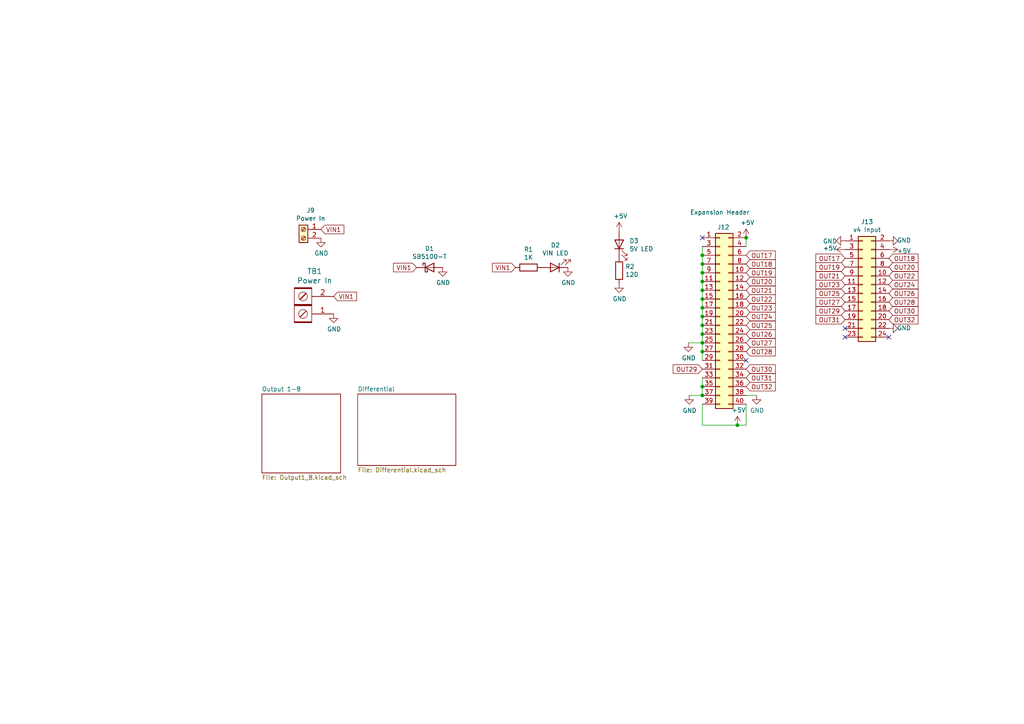
<source format=kicad_sch>
(kicad_sch (version 20211123) (generator eeschema)
  (paper "A4")
  (title_block (title "Multi Expansion") (date "2022-08-14") (rev "v3") (company "Scott Hanson"))
  (lib_symbols
    (symbol "Connector:Screw_Terminal_01x02" (pin_names (offset 1.016) hide)
      (property "Reference" "J" (at 0 2.54 0))
      (property "Value" "Screw_Terminal_01x02" (at 0 -5.08 0))
      (symbol "Screw_Terminal_01x02_1_1"
        (rectangle (start -1.27 1.27) (end 1.27 -3.81) (stroke (width 0.254)) (fill (type background)))
        (circle (center 0 -2.54) (radius 0.635) (stroke (width 0.1524)))
        (polyline (pts (xy -0.5334 -2.2098) (xy 0.3302 -3.048)) (stroke (width 0.1524)))
        (polyline (pts (xy -0.5334 0.3302) (xy 0.3302 -0.508)) (stroke (width 0.1524)))
        (polyline (pts (xy -0.3556 -2.032) (xy 0.508 -2.8702)) (stroke (width 0.1524)))
        (polyline (pts (xy -0.3556 0.508) (xy 0.508 -0.3302)) (stroke (width 0.1524)))
        (circle (center 0 0) (radius 0.635) (stroke (width 0.1524)))
        (pin passive line (at -5.08 0 0) (length 3.81) (name "Pin_1") (number "1"))
        (pin passive line (at -5.08 -2.54 0) (length 3.81) (name "Pin_2") (number "2"))
      )
    )
    (symbol "Connector_Generic:Conn_02x12_Odd_Even" (pin_names (offset 1.016) hide)
      (property "Reference" "J" (at 1.27 15.24 0))
      (property "Value" "Conn_02x12_Odd_Even" (at 1.27 -17.78 0))
      (symbol "Conn_02x12_Odd_Even_1_1"
        (rectangle (start -1.27 -15.113) (end 0 -15.367) (stroke (width 0.1524)))
        (rectangle (start -1.27 -12.573) (end 0 -12.827) (stroke (width 0.1524)))
        (rectangle (start -1.27 -10.033) (end 0 -10.287) (stroke (width 0.1524)))
        (rectangle (start -1.27 -7.493) (end 0 -7.747) (stroke (width 0.1524)))
        (rectangle (start -1.27 -4.953) (end 0 -5.207) (stroke (width 0.1524)))
        (rectangle (start -1.27 -2.413) (end 0 -2.667) (stroke (width 0.1524)))
        (rectangle (start -1.27 0.127) (end 0 -0.127) (stroke (width 0.1524)))
        (rectangle (start -1.27 2.667) (end 0 2.413) (stroke (width 0.1524)))
        (rectangle (start -1.27 5.207) (end 0 4.953) (stroke (width 0.1524)))
        (rectangle (start -1.27 7.747) (end 0 7.493) (stroke (width 0.1524)))
        (rectangle (start -1.27 10.287) (end 0 10.033) (stroke (width 0.1524)))
        (rectangle (start -1.27 12.827) (end 0 12.573) (stroke (width 0.1524)))
        (rectangle (start -1.27 13.97) (end 3.81 -16.51) (stroke (width 0.254)) (fill (type background)))
        (rectangle (start 3.81 -15.113) (end 2.54 -15.367) (stroke (width 0.1524)))
        (rectangle (start 3.81 -12.573) (end 2.54 -12.827) (stroke (width 0.1524)))
        (rectangle (start 3.81 -10.033) (end 2.54 -10.287) (stroke (width 0.1524)))
        (rectangle (start 3.81 -7.493) (end 2.54 -7.747) (stroke (width 0.1524)))
        (rectangle (start 3.81 -4.953) (end 2.54 -5.207) (stroke (width 0.1524)))
        (rectangle (start 3.81 -2.413) (end 2.54 -2.667) (stroke (width 0.1524)))
        (rectangle (start 3.81 0.127) (end 2.54 -0.127) (stroke (width 0.1524)))
        (rectangle (start 3.81 2.667) (end 2.54 2.413) (stroke (width 0.1524)))
        (rectangle (start 3.81 5.207) (end 2.54 4.953) (stroke (width 0.1524)))
        (rectangle (start 3.81 7.747) (end 2.54 7.493) (stroke (width 0.1524)))
        (rectangle (start 3.81 10.287) (end 2.54 10.033) (stroke (width 0.1524)))
        (rectangle (start 3.81 12.827) (end 2.54 12.573) (stroke (width 0.1524)))
        (pin passive line (at -5.08 12.7 0) (length 3.81) (name "Pin_1") (number "1"))
        (pin passive line (at 7.62 2.54 180) (length 3.81) (name "Pin_10") (number "10"))
        (pin passive line (at -5.08 0 0) (length 3.81) (name "Pin_11") (number "11"))
        (pin passive line (at 7.62 0 180) (length 3.81) (name "Pin_12") (number "12"))
        (pin passive line (at -5.08 -2.54 0) (length 3.81) (name "Pin_13") (number "13"))
        (pin passive line (at 7.62 -2.54 180) (length 3.81) (name "Pin_14") (number "14"))
        (pin passive line (at -5.08 -5.08 0) (length 3.81) (name "Pin_15") (number "15"))
        (pin passive line (at 7.62 -5.08 180) (length 3.81) (name "Pin_16") (number "16"))
        (pin passive line (at -5.08 -7.62 0) (length 3.81) (name "Pin_17") (number "17"))
        (pin passive line (at 7.62 -7.62 180) (length 3.81) (name "Pin_18") (number "18"))
        (pin passive line (at -5.08 -10.16 0) (length 3.81) (name "Pin_19") (number "19"))
        (pin passive line (at 7.62 12.7 180) (length 3.81) (name "Pin_2") (number "2"))
        (pin passive line (at 7.62 -10.16 180) (length 3.81) (name "Pin_20") (number "20"))
        (pin passive line (at -5.08 -12.7 0) (length 3.81) (name "Pin_21") (number "21"))
        (pin passive line (at 7.62 -12.7 180) (length 3.81) (name "Pin_22") (number "22"))
        (pin passive line (at -5.08 -15.24 0) (length 3.81) (name "Pin_23") (number "23"))
        (pin passive line (at 7.62 -15.24 180) (length 3.81) (name "Pin_24") (number "24"))
        (pin passive line (at -5.08 10.16 0) (length 3.81) (name "Pin_3") (number "3"))
        (pin passive line (at 7.62 10.16 180) (length 3.81) (name "Pin_4") (number "4"))
        (pin passive line (at -5.08 7.62 0) (length 3.81) (name "Pin_5") (number "5"))
        (pin passive line (at 7.62 7.62 180) (length 3.81) (name "Pin_6") (number "6"))
        (pin passive line (at -5.08 5.08 0) (length 3.81) (name "Pin_7") (number "7"))
        (pin passive line (at 7.62 5.08 180) (length 3.81) (name "Pin_8") (number "8"))
        (pin passive line (at -5.08 2.54 0) (length 3.81) (name "Pin_9") (number "9"))
      )
    )
    (symbol "Connector_Generic:Conn_02x20_Odd_Even" (pin_names (offset 1.016) hide)
      (property "Reference" "J" (at 1.27 25.4 0))
      (property "Value" "Conn_02x20_Odd_Even" (at 1.27 -27.94 0))
      (symbol "Conn_02x20_Odd_Even_1_1"
        (rectangle (start -1.27 -25.273) (end 0 -25.527) (stroke (width 0.1524)))
        (rectangle (start -1.27 -22.733) (end 0 -22.987) (stroke (width 0.1524)))
        (rectangle (start -1.27 -20.193) (end 0 -20.447) (stroke (width 0.1524)))
        (rectangle (start -1.27 -17.653) (end 0 -17.907) (stroke (width 0.1524)))
        (rectangle (start -1.27 -15.113) (end 0 -15.367) (stroke (width 0.1524)))
        (rectangle (start -1.27 -12.573) (end 0 -12.827) (stroke (width 0.1524)))
        (rectangle (start -1.27 -10.033) (end 0 -10.287) (stroke (width 0.1524)))
        (rectangle (start -1.27 -7.493) (end 0 -7.747) (stroke (width 0.1524)))
        (rectangle (start -1.27 -4.953) (end 0 -5.207) (stroke (width 0.1524)))
        (rectangle (start -1.27 -2.413) (end 0 -2.667) (stroke (width 0.1524)))
        (rectangle (start -1.27 0.127) (end 0 -0.127) (stroke (width 0.1524)))
        (rectangle (start -1.27 2.667) (end 0 2.413) (stroke (width 0.1524)))
        (rectangle (start -1.27 5.207) (end 0 4.953) (stroke (width 0.1524)))
        (rectangle (start -1.27 7.747) (end 0 7.493) (stroke (width 0.1524)))
        (rectangle (start -1.27 10.287) (end 0 10.033) (stroke (width 0.1524)))
        (rectangle (start -1.27 12.827) (end 0 12.573) (stroke (width 0.1524)))
        (rectangle (start -1.27 15.367) (end 0 15.113) (stroke (width 0.1524)))
        (rectangle (start -1.27 17.907) (end 0 17.653) (stroke (width 0.1524)))
        (rectangle (start -1.27 20.447) (end 0 20.193) (stroke (width 0.1524)))
        (rectangle (start -1.27 22.987) (end 0 22.733) (stroke (width 0.1524)))
        (rectangle (start -1.27 24.13) (end 3.81 -26.67) (stroke (width 0.254)) (fill (type background)))
        (rectangle (start 3.81 -25.273) (end 2.54 -25.527) (stroke (width 0.1524)))
        (rectangle (start 3.81 -22.733) (end 2.54 -22.987) (stroke (width 0.1524)))
        (rectangle (start 3.81 -20.193) (end 2.54 -20.447) (stroke (width 0.1524)))
        (rectangle (start 3.81 -17.653) (end 2.54 -17.907) (stroke (width 0.1524)))
        (rectangle (start 3.81 -15.113) (end 2.54 -15.367) (stroke (width 0.1524)))
        (rectangle (start 3.81 -12.573) (end 2.54 -12.827) (stroke (width 0.1524)))
        (rectangle (start 3.81 -10.033) (end 2.54 -10.287) (stroke (width 0.1524)))
        (rectangle (start 3.81 -7.493) (end 2.54 -7.747) (stroke (width 0.1524)))
        (rectangle (start 3.81 -4.953) (end 2.54 -5.207) (stroke (width 0.1524)))
        (rectangle (start 3.81 -2.413) (end 2.54 -2.667) (stroke (width 0.1524)))
        (rectangle (start 3.81 0.127) (end 2.54 -0.127) (stroke (width 0.1524)))
        (rectangle (start 3.81 2.667) (end 2.54 2.413) (stroke (width 0.1524)))
        (rectangle (start 3.81 5.207) (end 2.54 4.953) (stroke (width 0.1524)))
        (rectangle (start 3.81 7.747) (end 2.54 7.493) (stroke (width 0.1524)))
        (rectangle (start 3.81 10.287) (end 2.54 10.033) (stroke (width 0.1524)))
        (rectangle (start 3.81 12.827) (end 2.54 12.573) (stroke (width 0.1524)))
        (rectangle (start 3.81 15.367) (end 2.54 15.113) (stroke (width 0.1524)))
        (rectangle (start 3.81 17.907) (end 2.54 17.653) (stroke (width 0.1524)))
        (rectangle (start 3.81 20.447) (end 2.54 20.193) (stroke (width 0.1524)))
        (rectangle (start 3.81 22.987) (end 2.54 22.733) (stroke (width 0.1524)))
        (pin passive line (at -5.08 22.86 0) (length 3.81) (name "Pin_1") (number "1"))
        (pin passive line (at 7.62 12.7 180) (length 3.81) (name "Pin_10") (number "10"))
        (pin passive line (at -5.08 10.16 0) (length 3.81) (name "Pin_11") (number "11"))
        (pin passive line (at 7.62 10.16 180) (length 3.81) (name "Pin_12") (number "12"))
        (pin passive line (at -5.08 7.62 0) (length 3.81) (name "Pin_13") (number "13"))
        (pin passive line (at 7.62 7.62 180) (length 3.81) (name "Pin_14") (number "14"))
        (pin passive line (at -5.08 5.08 0) (length 3.81) (name "Pin_15") (number "15"))
        (pin passive line (at 7.62 5.08 180) (length 3.81) (name "Pin_16") (number "16"))
        (pin passive line (at -5.08 2.54 0) (length 3.81) (name "Pin_17") (number "17"))
        (pin passive line (at 7.62 2.54 180) (length 3.81) (name "Pin_18") (number "18"))
        (pin passive line (at -5.08 0 0) (length 3.81) (name "Pin_19") (number "19"))
        (pin passive line (at 7.62 22.86 180) (length 3.81) (name "Pin_2") (number "2"))
        (pin passive line (at 7.62 0 180) (length 3.81) (name "Pin_20") (number "20"))
        (pin passive line (at -5.08 -2.54 0) (length 3.81) (name "Pin_21") (number "21"))
        (pin passive line (at 7.62 -2.54 180) (length 3.81) (name "Pin_22") (number "22"))
        (pin passive line (at -5.08 -5.08 0) (length 3.81) (name "Pin_23") (number "23"))
        (pin passive line (at 7.62 -5.08 180) (length 3.81) (name "Pin_24") (number "24"))
        (pin passive line (at -5.08 -7.62 0) (length 3.81) (name "Pin_25") (number "25"))
        (pin passive line (at 7.62 -7.62 180) (length 3.81) (name "Pin_26") (number "26"))
        (pin passive line (at -5.08 -10.16 0) (length 3.81) (name "Pin_27") (number "27"))
        (pin passive line (at 7.62 -10.16 180) (length 3.81) (name "Pin_28") (number "28"))
        (pin passive line (at -5.08 -12.7 0) (length 3.81) (name "Pin_29") (number "29"))
        (pin passive line (at -5.08 20.32 0) (length 3.81) (name "Pin_3") (number "3"))
        (pin passive line (at 7.62 -12.7 180) (length 3.81) (name "Pin_30") (number "30"))
        (pin passive line (at -5.08 -15.24 0) (length 3.81) (name "Pin_31") (number "31"))
        (pin passive line (at 7.62 -15.24 180) (length 3.81) (name "Pin_32") (number "32"))
        (pin passive line (at -5.08 -17.78 0) (length 3.81) (name "Pin_33") (number "33"))
        (pin passive line (at 7.62 -17.78 180) (length 3.81) (name "Pin_34") (number "34"))
        (pin passive line (at -5.08 -20.32 0) (length 3.81) (name "Pin_35") (number "35"))
        (pin passive line (at 7.62 -20.32 180) (length 3.81) (name "Pin_36") (number "36"))
        (pin passive line (at -5.08 -22.86 0) (length 3.81) (name "Pin_37") (number "37"))
        (pin passive line (at 7.62 -22.86 180) (length 3.81) (name "Pin_38") (number "38"))
        (pin passive line (at -5.08 -25.4 0) (length 3.81) (name "Pin_39") (number "39"))
        (pin passive line (at 7.62 20.32 180) (length 3.81) (name "Pin_4") (number "4"))
        (pin passive line (at 7.62 -25.4 180) (length 3.81) (name "Pin_40") (number "40"))
        (pin passive line (at -5.08 17.78 0) (length 3.81) (name "Pin_5") (number "5"))
        (pin passive line (at 7.62 17.78 180) (length 3.81) (name "Pin_6") (number "6"))
        (pin passive line (at -5.08 15.24 0) (length 3.81) (name "Pin_7") (number "7"))
        (pin passive line (at 7.62 15.24 180) (length 3.81) (name "Pin_8") (number "8"))
        (pin passive line (at -5.08 12.7 0) (length 3.81) (name "Pin_9") (number "9"))
      )
    )
    (symbol "Device:D_Schottky" (pin_numbers hide) (pin_names (offset 1.016) hide)
      (property "Reference" "D" (at 0 2.54 0))
      (property "Value" "D_Schottky" (at 0 -2.54 0))
      (symbol "D_Schottky_0_1"
        (polyline (pts (xy 1.27 0) (xy -1.27 0)))
        (polyline (pts (xy 1.27 1.27) (xy 1.27 -1.27) (xy -1.27 0) (xy 1.27 1.27)) (stroke (width 0.254)))
        (polyline (pts (xy -1.905 0.635) (xy -1.905 1.27) (xy -1.27 1.27) (xy -1.27 -1.27) (xy -0.635 -1.27) (xy -0.635 -0.635)) (stroke (width 0.254)))
      )
      (symbol "D_Schottky_1_1"
        (pin passive line (at -3.81 0 0) (length 2.54) (name "K") (number "1"))
        (pin passive line (at 3.81 0 180) (length 2.54) (name "A") (number "2"))
      )
    )
    (symbol "Device:LED" (pin_numbers hide) (pin_names (offset 1.016) hide)
      (property "Reference" "D" (at 0 2.54 0))
      (property "Value" "LED" (at 0 -2.54 0))
      (symbol "LED_0_1"
        (polyline (pts (xy -1.27 -1.27) (xy -1.27 1.27)) (stroke (width 0.254)))
        (polyline (pts (xy -1.27 0) (xy 1.27 0)))
        (polyline (pts (xy 1.27 -1.27) (xy 1.27 1.27) (xy -1.27 0) (xy 1.27 -1.27)) (stroke (width 0.254)))
        (polyline (pts (xy -3.048 -0.762) (xy -4.572 -2.286) (xy -3.81 -2.286) (xy -4.572 -2.286) (xy -4.572 -1.524)))
        (polyline (pts (xy -1.778 -0.762) (xy -3.302 -2.286) (xy -2.54 -2.286) (xy -3.302 -2.286) (xy -3.302 -1.524)))
      )
      (symbol "LED_1_1"
        (pin passive line (at -3.81 0 0) (length 2.54) (name "K") (number "1"))
        (pin passive line (at 3.81 0 180) (length 2.54) (name "A") (number "2"))
      )
    )
    (symbol "Device:R" (pin_numbers hide) (pin_names (offset 0))
      (property "Reference" "R" (at 2.032 0 90))
      (property "Value" "R" (at 0 0 90))
      (symbol "R_0_1"
        (rectangle (start -1.016 -2.54) (end 1.016 2.54) (stroke (width 0.254)))
      )
      (symbol "R_1_1"
        (pin passive line (at 0 3.81 270) (length 1.27) (name "~") (number "1"))
        (pin passive line (at 0 -3.81 90) (length 1.27) (name "~") (number "2"))
      )
    )
    (symbol "Multi_Expansion-rescue:BARRIER_BLOCK_1ROW_2POS-Barrier_Blocks" (pin_names (offset 1.016) hide)
      (property "Reference" "TB" (at 0.127 -6.731 0))
      (property "Value" "BARRIER_BLOCK_1ROW_2POS-Barrier_Blocks" (at 0.254 6.35 0))
      (symbol "BARRIER_BLOCK_1ROW_2POS-Barrier_Blocks_0_1"
        (rectangle (start -2.54 5.08) (end 2.54 -5.08))
        (circle (center 0 -2.54) (radius 1.27))
        (polyline (pts (xy -2.54 -4.699) (xy -2.54 -5.08) (xy 2.54 -5.08) (xy 2.54 -4.699)) (fill (type outline)))
        (polyline (pts (xy -2.54 0.254) (xy -2.54 -0.254) (xy 2.54 -0.254) (xy 2.54 0.254)) (fill (type outline)))
        (polyline (pts (xy -2.54 4.699) (xy -2.54 5.08) (xy 2.54 5.08) (xy 2.54 4.699)) (fill (type outline)))
        (polyline (pts (xy -0.8382 -3.5052) (xy -0.9652 -3.3782) (xy 0.8128 -1.6002) (xy 0.9652 -1.7018) (xy -0.8382 -3.5052)) (fill (type outline)))
        (polyline (pts (xy -0.8382 1.5748) (xy -0.9652 1.6764) (xy -0.0508 2.5908) (xy 0.8382 3.4798) (xy 0.9652 3.3528) (xy 0.9652 3.3528)) (fill (type outline)))
        (circle (center 0 2.54) (radius 1.27))
      )
      (symbol "BARRIER_BLOCK_1ROW_2POS-Barrier_Blocks_1_1"
        (pin passive line (at -8.89 2.54 0) (length 6.35) (name "P1") (number "1"))
        (pin passive line (at -8.89 -2.54 0) (length 6.35) (name "P2") (number "2"))
      )
    )
    (symbol "power:+5V" (power) (pin_names (offset 0))
      (property "Value" "+5V" (at 0 3.556 0))
      (symbol "+5V_0_1"
        (polyline (pts (xy -0.762 1.27) (xy 0 2.54)))
        (polyline (pts (xy 0 0) (xy 0 2.54)))
        (polyline (pts (xy 0 2.54) (xy 0.762 1.27)))
      )
      (symbol "+5V_1_1"
        (pin power_in line (at 0 0 90) (length 0) hide (name "+5V") (number "1"))
      )
    )
    (symbol "power:GND" (power) (pin_names (offset 0))
      (property "Value" "GND" (at 0 -3.81 0))
      (symbol "GND_0_1"
        (polyline (pts (xy 0 0) (xy 0 -1.27) (xy 1.27 -1.27) (xy 0 -2.54) (xy -1.27 -1.27) (xy 0 -1.27)))
      )
      (symbol "GND_1_1"
        (pin power_in line (at 0 0 270) (length 0) hide (name "GND") (number "1"))
      )
    )
  )
  (junction (at 203.708 79.121))
  (junction (at 203.708 99.441))
  (junction (at 203.708 101.981))
  (junction (at 203.708 91.821))
  (junction (at 203.708 86.741))
  (junction (at 203.708 76.581))
  (junction (at 203.708 96.901))
  (junction (at 203.708 114.681))
  (junction (at 203.708 81.661))
  (junction (at 203.708 112.141))
  (junction (at 203.708 94.361))
  (junction (at 216.408 68.961))
  (junction (at 203.708 74.041))
  (junction (at 203.708 84.201))
  (junction (at 213.868 123.317))
  (junction (at 203.708 89.281))
  (no_connect (at 203.708 68.961))
  (no_connect (at 245.11 95.25))
  (no_connect (at 245.11 97.79))
  (no_connect (at 257.81 97.79))
  (no_connect (at 216.408 104.521))
  (wire (pts (xy 203.708 84.201) (xy 203.708 86.741)))
  (wire (pts (xy 203.708 89.281) (xy 203.708 91.821)))
  (wire (pts (xy 203.708 117.221) (xy 203.708 123.317)))
  (wire (pts (xy 203.708 96.901) (xy 203.708 99.441)))
  (wire (pts (xy 213.868 123.317) (xy 203.708 123.317)))
  (wire (pts (xy 203.708 81.661) (xy 203.708 84.201)))
  (wire (pts (xy 203.708 99.441) (xy 199.644 99.441)))
  (wire (pts (xy 216.408 114.681) (xy 219.456 114.681)))
  (wire (pts (xy 216.408 123.317) (xy 213.868 123.317)))
  (wire (pts (xy 216.408 117.221) (xy 216.408 123.317)))
  (wire (pts (xy 203.708 86.741) (xy 203.708 89.281)))
  (wire (pts (xy 203.708 101.981) (xy 203.708 104.521)))
  (wire (pts (xy 216.408 68.961) (xy 216.408 71.501)))
  (wire (pts (xy 203.708 91.821) (xy 203.708 94.361)))
  (wire (pts (xy 203.708 71.501) (xy 203.708 74.041)))
  (wire (pts (xy 203.708 114.681) (xy 199.898 114.681)))
  (wire (pts (xy 203.708 109.601) (xy 203.708 112.141)))
  (wire (pts (xy 203.708 79.121) (xy 203.708 81.661)))
  (wire (pts (xy 203.708 94.361) (xy 203.708 96.901)))
  (wire (pts (xy 203.708 74.041) (xy 203.708 76.581)))
  (wire (pts (xy 203.708 112.141) (xy 203.708 114.681)))
  (wire (pts (xy 203.708 99.441) (xy 203.708 101.981)))
  (wire (pts (xy 203.708 76.581) (xy 203.708 79.121)))
  (global_label "OUT23" (shape input) (at 245.11 82.55 180) (property "Intersheet References" "${INTERSHEET_REFS}" (effects hide)))
  (global_label "VIN1" (shape input) (at 93.091 66.548 0) (property "Intersheet References" "${INTERSHEET_REFS}" (effects hide)))
  (global_label "OUT32" (shape input) (at 257.81 92.71 0) (property "Intersheet References" "${INTERSHEET_REFS}" (effects hide)))
  (global_label "OUT28" (shape input) (at 216.408 101.981 0) (property "Intersheet References" "${INTERSHEET_REFS}" (effects hide)))
  (global_label "OUT28" (shape input) (at 257.81 87.63 0) (property "Intersheet References" "${INTERSHEET_REFS}" (effects hide)))
  (global_label "OUT29" (shape input) (at 203.708 107.061 180) (property "Intersheet References" "${INTERSHEET_REFS}" (effects hide)))
  (global_label "VIN1" (shape input) (at 96.774 85.979 0) (property "Intersheet References" "${INTERSHEET_REFS}" (effects hide)))
  (global_label "VIN1" (shape input) (at 120.777 77.597 180) (property "Intersheet References" "${INTERSHEET_REFS}" (effects hide)))
  (global_label "OUT22" (shape input) (at 216.408 86.741 0) (property "Intersheet References" "${INTERSHEET_REFS}" (effects hide)))
  (global_label "OUT30" (shape input) (at 216.408 107.061 0) (property "Intersheet References" "${INTERSHEET_REFS}" (effects hide)))
  (global_label "OUT26" (shape input) (at 216.408 96.901 0) (property "Intersheet References" "${INTERSHEET_REFS}" (effects hide)))
  (global_label "OUT30" (shape input) (at 257.81 90.17 0) (property "Intersheet References" "${INTERSHEET_REFS}" (effects hide)))
  (global_label "OUT31" (shape input) (at 245.11 92.71 180) (property "Intersheet References" "${INTERSHEET_REFS}" (effects hide)))
  (global_label "OUT18" (shape input) (at 257.81 74.93 0) (property "Intersheet References" "${INTERSHEET_REFS}" (effects hide)))
  (global_label "VIN1" (shape input) (at 149.479 77.597 180) (property "Intersheet References" "${INTERSHEET_REFS}" (effects hide)))
  (global_label "OUT24" (shape input) (at 257.81 82.55 0) (property "Intersheet References" "${INTERSHEET_REFS}" (effects hide)))
  (global_label "OUT17" (shape input) (at 216.408 74.041 0) (property "Intersheet References" "${INTERSHEET_REFS}" (effects hide)))
  (global_label "OUT21" (shape input) (at 216.408 84.201 0) (property "Intersheet References" "${INTERSHEET_REFS}" (effects hide)))
  (global_label "OUT32" (shape input) (at 216.408 112.141 0) (property "Intersheet References" "${INTERSHEET_REFS}" (effects hide)))
  (global_label "OUT17" (shape input) (at 245.11 74.93 180) (property "Intersheet References" "${INTERSHEET_REFS}" (effects hide)))
  (global_label "OUT29" (shape input) (at 245.11 90.17 180) (property "Intersheet References" "${INTERSHEET_REFS}" (effects hide)))
  (global_label "OUT27" (shape input) (at 216.408 99.441 0) (property "Intersheet References" "${INTERSHEET_REFS}" (effects hide)))
  (global_label "OUT23" (shape input) (at 216.408 89.281 0) (property "Intersheet References" "${INTERSHEET_REFS}" (effects hide)))
  (global_label "OUT27" (shape input) (at 245.11 87.63 180) (property "Intersheet References" "${INTERSHEET_REFS}" (effects hide)))
  (global_label "OUT25" (shape input) (at 245.11 85.09 180) (property "Intersheet References" "${INTERSHEET_REFS}" (effects hide)))
  (global_label "OUT19" (shape input) (at 216.408 79.121 0) (property "Intersheet References" "${INTERSHEET_REFS}" (effects hide)))
  (global_label "OUT21" (shape input) (at 245.11 80.01 180) (property "Intersheet References" "${INTERSHEET_REFS}" (effects hide)))
  (global_label "OUT31" (shape input) (at 216.408 109.601 0) (property "Intersheet References" "${INTERSHEET_REFS}" (effects hide)))
  (global_label "OUT25" (shape input) (at 216.408 94.361 0) (property "Intersheet References" "${INTERSHEET_REFS}" (effects hide)))
  (global_label "OUT19" (shape input) (at 245.11 77.47 180) (property "Intersheet References" "${INTERSHEET_REFS}" (effects hide)))
  (global_label "OUT18" (shape input) (at 216.408 76.581 0) (property "Intersheet References" "${INTERSHEET_REFS}" (effects hide)))
  (global_label "OUT24" (shape input) (at 216.408 91.821 0) (property "Intersheet References" "${INTERSHEET_REFS}" (effects hide)))
  (global_label "OUT20" (shape input) (at 257.81 77.47 0) (property "Intersheet References" "${INTERSHEET_REFS}" (effects hide)))
  (global_label "OUT26" (shape input) (at 257.81 85.09 0) (property "Intersheet References" "${INTERSHEET_REFS}" (effects hide)))
  (global_label "OUT22" (shape input) (at 257.81 80.01 0) (property "Intersheet References" "${INTERSHEET_REFS}" (effects hide)))
  (global_label "OUT20" (shape input) (at 216.408 81.661 0) (property "Intersheet References" "${INTERSHEET_REFS}" (effects hide)))
  (symbol (lib_id "power:GND") (at 96.774 91.059 0) (unit 1)
    (property "Reference" "#PWR0101" (effects hide))
    (property "Value" "GND" (at 96.901 95.4532 0))
  )
  (symbol (lib_id "Device:D_Schottky") (at 124.587 77.597 0) (unit 1)
    (property "Reference" "D1" (at 124.587 72.1106 0))
    (property "Value" "SB5100-T" (at 124.587 74.422 0))
    (property "Footprint" "Diode_THT:D_DO-201AD_P12.70mm_Horizontal" (effects hide))
    (property "Digi-Key_PN" "SB5100DICT-ND" (effects hide))
    (property "MPN" "SB5100-T" (effects hide))
  )
  (symbol (lib_id "Connector_Generic:Conn_02x20_Odd_Even") (at 208.788 91.821 0) (unit 1)
    (property "Reference" "J12" (at 209.804 65.913 0))
    (property "Value" "Expansion Header" (at 208.788 61.595 0))
    (property "Footprint" "Connector_IDC:IDC-Header_2x20_P2.54mm_Vertical" (effects hide))
    (property "Digi-Key_PN" "S9175-ND" (effects hide))
    (property "MPN" "SBH11-PBPC-D20-ST-BK" (effects hide))
  )
  (symbol (lib_id "power:GND") (at 199.898 114.681 0) (unit 1)
    (property "Reference" "#PWR044" (effects hide))
    (property "Value" "GND" (at 200.025 119.0752 0))
  )
  (symbol (lib_id "power:GND") (at 128.397 77.597 0) (unit 1)
    (property "Reference" "#PWR0103" (effects hide))
    (property "Value" "GND" (at 128.524 81.9912 0))
  )
  (symbol (lib_id "power:GND") (at 219.456 114.681 0) (unit 1)
    (property "Reference" "#PWR0105" (effects hide))
    (property "Value" "GND" (at 219.583 119.0752 0))
  )
  (symbol (lib_id "power:+5V") (at 213.868 123.317 0) (unit 1)
    (property "Reference" "#PWR0106" (effects hide))
    (property "Value" "+5V" (at 214.249 118.9228 0))
  )
  (symbol (lib_id "power:+5V") (at 216.408 68.961 0) (unit 1)
    (property "Reference" "#PWR0107" (effects hide))
    (property "Value" "+5V" (at 216.789 64.5668 0))
  )
  (symbol (lib_id "power:GND") (at 199.644 99.441 0) (unit 1)
    (property "Reference" "#PWR0110" (effects hide))
    (property "Value" "GND" (at 199.771 103.8352 0))
  )
  (symbol (lib_id "Device:LED") (at 160.909 77.597 180) (unit 1)
    (property "Reference" "D2" (at 161.0868 71.12 0))
    (property "Value" "VIN LED" (at 161.0868 73.4314 0))
    (property "Footprint" "LED_THT:LED_D3.0mm_Clear" (effects hide))
    (property "Digi-Key_PN" "754-1217-ND" (effects hide))
    (property "MPN" "WP3A8GD" (effects hide))
  )
  (symbol (lib_id "Device:R") (at 153.289 77.597 270) (unit 1)
    (property "Reference" "R1" (at 153.289 72.3392 90))
    (property "Value" "1K" (at 153.289 74.6506 90))
    (property "Footprint" "Resistor_THT:R_Axial_DIN0207_L6.3mm_D2.5mm_P7.62mm_Horizontal" (effects hide))
    (property "Digi-Key_PN" "CF14JT1K00CT-ND" (effects hide))
    (property "MPN" "CF14JT1K00" (effects hide))
  )
  (symbol (lib_id "power:GND") (at 164.719 77.597 0) (unit 1)
    (property "Reference" "#PWR0111" (effects hide))
    (property "Value" "GND" (at 164.846 81.9912 0))
  )
  (symbol (lib_id "Device:R") (at 179.578 78.486 180) (unit 1)
    (property "Reference" "R2" (at 181.356 77.3176 0) (effects (justify right)))
    (property "Value" "120" (at 181.356 79.629 0) (effects (justify right)))
    (property "Footprint" "Resistor_THT:R_Axial_DIN0207_L6.3mm_D2.5mm_P7.62mm_Horizontal" (effects hide))
    (property "Digi-Key_PN" "CF14JT120RCT-ND" (effects hide))
    (property "MPN" "CF14JT120R" (effects hide))
  )
  (symbol (lib_id "Device:LED") (at 179.578 70.866 90) (unit 1)
    (property "Reference" "D3" (at 182.5498 69.8754 90) (effects (justify right)))
    (property "Value" "5V LED" (at 182.5498 72.1868 90) (effects (justify right)))
    (property "Footprint" "LED_THT:LED_D3.0mm_Clear" (effects hide))
    (property "Digi-Key_PN" "754-1217-ND" (effects hide))
    (property "MPN" "WP3A8GD" (effects hide))
  )
  (symbol (lib_id "power:+5V") (at 179.578 67.056 0) (unit 1)
    (property "Reference" "#PWR040" (effects hide))
    (property "Value" "+5V" (at 179.959 62.6618 0))
  )
  (symbol (lib_id "power:GND") (at 179.578 82.296 0) (unit 1)
    (property "Reference" "#PWR052" (effects hide))
    (property "Value" "GND" (at 179.705 86.6902 0))
  )
  (symbol (lib_id "Multi_Expansion-rescue:BARRIER_BLOCK_1ROW_2POS-Barrier_Blocks") (at 87.884 88.519 180) (unit 1)
    (property "Reference" "TB1" (at 91.2622 78.6892 0) (effects (font (size 1.524 1.524))))
    (property "Value" "Power In" (at 91.2622 81.3816 0) (effects (font (size 1.524 1.524))))
    (property "Footprint" "Barrier_Blocks:BARRIER_BLOCK_1ROW_2POS_P9.5MM" (effects hide))
    (property "Digi-Key_PN" "ED2953-ND" (effects hide))
  )
  (symbol (lib_id "Connector:Screw_Terminal_01x02") (at 88.011 66.548 0) (mirror y) (unit 1)
    (property "Reference" "J9" (at 90.0938 61.0362 0))
    (property "Value" "Power In" (at 90.0938 63.3476 0))
    (property "Footprint" "TerminalBlock_MetzConnect:TerminalBlock_MetzConnect_Type701_RT11L02HGLU_1x02_P6.35mm_Horizontal" (effects hide))
    (property "Digi-Key_PN" "ED2675-ND" (effects hide))
  )
  (symbol (lib_id "power:GND") (at 93.091 69.088 0) (unit 1)
    (property "Reference" "#PWR021" (effects hide))
    (property "Value" "GND" (at 93.218 73.4822 0))
  )
  (symbol (lib_id "Connector_Generic:Conn_02x12_Odd_Even") (at 250.19 82.55 0) (unit 1)
    (property "Reference" "J13" (at 251.46 64.3382 0))
    (property "Value" "v4 Input" (at 251.46 66.6496 0))
    (property "Footprint" "302-S241:OST_302-S241" (effects hide))
    (property "Digi-Key_PN" "ED10525-ND" (effects hide))
    (property "MPN" "302-S241" (effects hide))
  )
  (symbol (lib_id "power:+5V") (at 245.11 72.39 90) (unit 1)
    (property "Reference" "#PWR023" (effects hide))
    (property "Value" "+5V" (at 240.7158 72.009 90))
  )
  (symbol (lib_id "power:+5V") (at 257.81 72.39 270) (unit 1)
    (property "Reference" "#PWR025" (effects hide))
    (property "Value" "+5V" (at 262.2042 72.771 90))
  )
  (symbol (lib_id "power:GND") (at 257.81 69.85 90) (unit 1)
    (property "Reference" "#PWR024" (effects hide))
    (property "Value" "GND" (at 262.2042 69.723 90))
  )
  (symbol (lib_id "power:GND") (at 245.11 69.85 270) (unit 1)
    (property "Reference" "#PWR022" (effects hide))
    (property "Value" "GND" (at 240.7158 69.977 90))
  )
  (symbol (lib_id "power:GND") (at 257.81 95.25 90) (unit 1)
    (property "Reference" "#PWR026" (effects hide))
    (property "Value" "GND" (at 262.2042 95.123 90))
  )
  (sheet (at 75.946 114.3) (size 22.86 22.86)
    (property "Sheet name" "Output 1-8" (at 75.946 113.5884 0) (effects (justify left bottom)))
    (property "Sheet file" "Output1_8.kicad_sch" (at 75.946 137.7446 0) (effects (justify left top)))
  )
  (sheet (at 103.759 114.3) (size 28.448 20.701)
    (property "Sheet name" "Differential" (at 103.759 113.5884 0) (effects (justify left bottom)))
    (property "Sheet file" "Differential.kicad_sch" (at 103.759 135.5856 0) (effects (justify left top)))
  )
)
</source>
